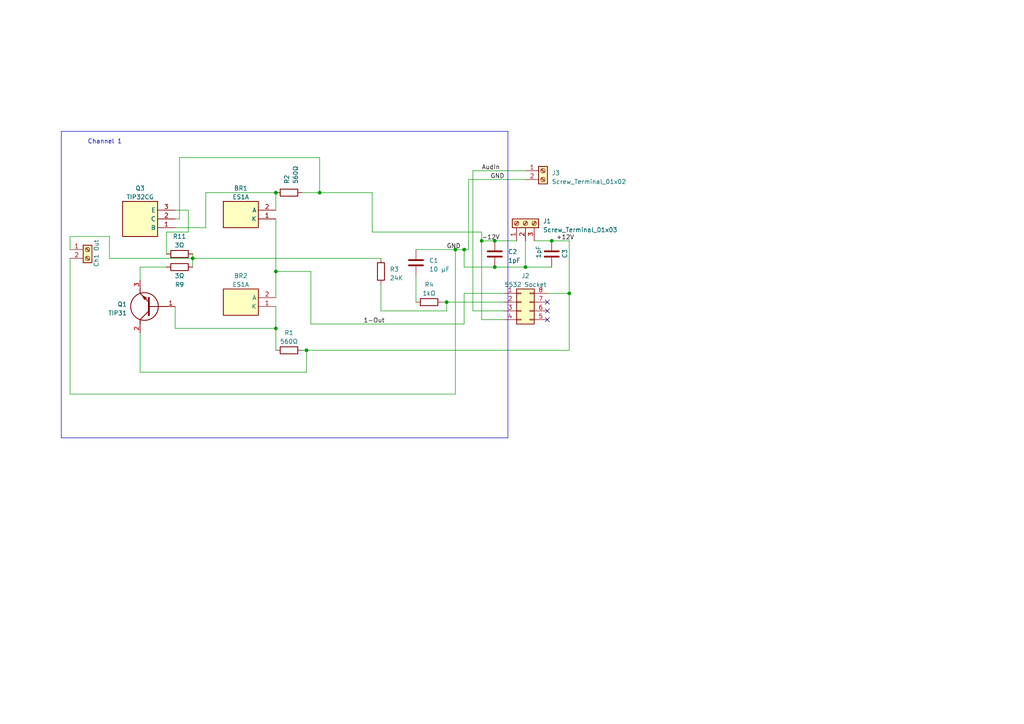
<source format=kicad_sch>
(kicad_sch (version 20230121) (generator eeschema)
  (paper "A4")
  (title_block (title "PHYS3011 Audio Amplifier Project") (date "2024-01-02") (rev "2"))
  (lib_symbols
    (symbol "Connector:Screw_Terminal_01x02" (pin_names (offset 1.016) hide)
      (property "Reference" "J" (at 0 2.54 0))
      (property "Value" "Screw_Terminal_01x02" (at 0 -5.08 0))
      (symbol "Screw_Terminal_01x02_1_1"
        (rectangle (start -1.27 1.27) (end 1.27 -3.81) (stroke (width 0.254)) (fill (type background)))
        (circle (center 0 -2.54) (radius 0.635) (stroke (width 0.1524)))
        (polyline (pts (xy -0.5334 -2.2098) (xy 0.3302 -3.048)) (stroke (width 0.1524)))
        (polyline (pts (xy -0.5334 0.3302) (xy 0.3302 -0.508)) (stroke (width 0.1524)))
        (polyline (pts (xy -0.3556 -2.032) (xy 0.508 -2.8702)) (stroke (width 0.1524)))
        (polyline (pts (xy -0.3556 0.508) (xy 0.508 -0.3302)) (stroke (width 0.1524)))
        (circle (center 0 0) (radius 0.635) (stroke (width 0.1524)))
        (pin passive line (at -5.08 0 0) (length 3.81) (name "Pin_1") (number "1"))
        (pin passive line (at -5.08 -2.54 0) (length 3.81) (name "Pin_2") (number "2"))
      )
    )
    (symbol "Connector:Screw_Terminal_01x03" (pin_names (offset 1.016) hide)
      (property "Reference" "J" (at 0 5.08 0))
      (property "Value" "Screw_Terminal_01x03" (at 0 -5.08 0))
      (symbol "Screw_Terminal_01x03_1_1"
        (rectangle (start -1.27 3.81) (end 1.27 -3.81) (stroke (width 0.254)) (fill (type background)))
        (circle (center 0 -2.54) (radius 0.635) (stroke (width 0.1524)))
        (polyline (pts (xy -0.5334 -2.2098) (xy 0.3302 -3.048)) (stroke (width 0.1524)))
        (polyline (pts (xy -0.5334 0.3302) (xy 0.3302 -0.508)) (stroke (width 0.1524)))
        (polyline (pts (xy -0.5334 2.8702) (xy 0.3302 2.032)) (stroke (width 0.1524)))
        (polyline (pts (xy -0.3556 -2.032) (xy 0.508 -2.8702)) (stroke (width 0.1524)))
        (polyline (pts (xy -0.3556 0.508) (xy 0.508 -0.3302)) (stroke (width 0.1524)))
        (polyline (pts (xy -0.3556 3.048) (xy 0.508 2.2098)) (stroke (width 0.1524)))
        (circle (center 0 0) (radius 0.635) (stroke (width 0.1524)))
        (circle (center 0 2.54) (radius 0.635) (stroke (width 0.1524)))
        (pin passive line (at -5.08 2.54 0) (length 3.81) (name "Pin_1") (number "1"))
        (pin passive line (at -5.08 0 0) (length 3.81) (name "Pin_2") (number "2"))
        (pin passive line (at -5.08 -2.54 0) (length 3.81) (name "Pin_3") (number "3"))
      )
    )
    (symbol "Connector_Generic:Conn_02x04_Counter_Clockwise" (pin_names (offset 1.016) hide)
      (property "Reference" "J" (at 1.27 5.08 0))
      (property "Value" "Conn_02x04_Counter_Clockwise" (at 1.27 -7.62 0))
      (symbol "Conn_02x04_Counter_Clockwise_1_1"
        (rectangle (start -1.27 -4.953) (end 0 -5.207) (stroke (width 0.1524)))
        (rectangle (start -1.27 -2.413) (end 0 -2.667) (stroke (width 0.1524)))
        (rectangle (start -1.27 0.127) (end 0 -0.127) (stroke (width 0.1524)))
        (rectangle (start -1.27 2.667) (end 0 2.413) (stroke (width 0.1524)))
        (rectangle (start -1.27 3.81) (end 3.81 -6.35) (stroke (width 0.254)) (fill (type background)))
        (rectangle (start 3.81 -4.953) (end 2.54 -5.207) (stroke (width 0.1524)))
        (rectangle (start 3.81 -2.413) (end 2.54 -2.667) (stroke (width 0.1524)))
        (rectangle (start 3.81 0.127) (end 2.54 -0.127) (stroke (width 0.1524)))
        (rectangle (start 3.81 2.667) (end 2.54 2.413) (stroke (width 0.1524)))
        (pin passive line (at -5.08 2.54 0) (length 3.81) (name "Pin_1") (number "1"))
        (pin passive line (at -5.08 0 0) (length 3.81) (name "Pin_2") (number "2"))
        (pin passive line (at -5.08 -2.54 0) (length 3.81) (name "Pin_3") (number "3"))
        (pin passive line (at -5.08 -5.08 0) (length 3.81) (name "Pin_4") (number "4"))
        (pin passive line (at 7.62 -5.08 180) (length 3.81) (name "Pin_5") (number "5"))
        (pin passive line (at 7.62 -2.54 180) (length 3.81) (name "Pin_6") (number "6"))
        (pin passive line (at 7.62 0 180) (length 3.81) (name "Pin_7") (number "7"))
        (pin passive line (at 7.62 2.54 180) (length 3.81) (name "Pin_8") (number "8"))
      )
    )
    (symbol "Device:C" (pin_numbers hide) (pin_names (offset 0.254))
      (property "Reference" "C" (at 0.635 2.54 0))
      (property "Value" "C" (at 0.635 -2.54 0))
      (symbol "C_0_1"
        (polyline (pts (xy -2.032 -0.762) (xy 2.032 -0.762)) (stroke (width 0.508)))
        (polyline (pts (xy -2.032 0.762) (xy 2.032 0.762)) (stroke (width 0.508)))
      )
      (symbol "C_1_1"
        (pin passive line (at 0 3.81 270) (length 2.794) (name "~") (number "1"))
        (pin passive line (at 0 -3.81 90) (length 2.794) (name "~") (number "2"))
      )
    )
    (symbol "Device:R" (pin_numbers hide) (pin_names (offset 0))
      (property "Reference" "R" (at 2.032 0 90))
      (property "Value" "R" (at 0 0 90))
      (symbol "R_0_1"
        (rectangle (start -1.016 -2.54) (end 1.016 2.54) (stroke (width 0.254)))
      )
      (symbol "R_1_1"
        (pin passive line (at 0 3.81 270) (length 1.27) (name "~") (number "1"))
        (pin passive line (at 0 -3.81 90) (length 1.27) (name "~") (number "2"))
      )
    )
    (symbol "Project:ES1A"
      (property "Reference" "BR" (at 16.51 7.62 0))
      (property "Value" "ES1A" (at 16.51 5.08 0))
      (symbol "ES1A_1_1"
        (rectangle (start 5.08 2.54) (end 15.24 -5.08) (stroke (width 0.254)) (fill (type background)))
        (pin passive line (at 0 0 0) (length 5.08) (name "K") (number "1"))
        (pin passive line (at 0 -2.54 0) (length 5.08) (name "A") (number "2"))
      )
    )
    (symbol "Project:TIP31" (pin_names hide)
      (property "Reference" "Q" (at 13.97 1.27 0))
      (property "Value" "TIP31" (at 13.97 -1.27 0))
      (symbol "TIP31_1_1"
        (polyline (pts (xy 2.54 0) (xy 7.62 0)) (stroke (width 0.254)))
        (polyline (pts (xy 7.62 -1.27) (xy 10.16 -3.81)) (stroke (width 0.254)))
        (polyline (pts (xy 7.62 1.27) (xy 10.16 3.81)) (stroke (width 0.254)))
        (polyline (pts (xy 7.62 2.54) (xy 7.62 -2.54)) (stroke (width 0.508)))
        (polyline (pts (xy 10.16 -3.81) (xy 10.16 -5.08)) (stroke (width 0.254)))
        (polyline (pts (xy 10.16 3.81) (xy 10.16 5.08)) (stroke (width 0.254)))
        (polyline (pts (xy 8.382 -2.54) (xy 8.89 -2.032) (xy 9.398 -3.048) (xy 8.382 -2.54)) (stroke (width 0.254)) (fill (type outline)))
        (circle (center 8.89 0) (radius 4.016) (stroke (width 0.254)))
        (pin passive line (at 0 0 0) (length 2.54) (name "B") (number "1"))
        (pin passive line (at 10.16 7.62 270) (length 2.54) (name "C") (number "2"))
        (pin passive line (at 10.16 -7.62 90) (length 2.54) (name "E") (number "3"))
      )
    )
    (symbol "Project:TIP32CG"
      (property "Reference" "Q" (at 16.51 7.62 0))
      (property "Value" "TIP32CG" (at 16.51 5.08 0))
      (symbol "TIP32CG_1_1"
        (rectangle (start 5.08 2.54) (end 15.24 -7.62) (stroke (width 0.254)) (fill (type background)))
        (pin passive line (at 0 0 0) (length 5.08) (name "B") (number "1"))
        (pin passive line (at 0 -2.54 0) (length 5.08) (name "C") (number "2"))
        (pin passive line (at 0 -5.08 0) (length 5.08) (name "E") (number "3"))
      )
    )
  )
  (junction (at 80.01 95.25))
  (junction (at 129.54 87.63))
  (junction (at 80.01 78.74))
  (junction (at 134.62 72.39))
  (junction (at 160.02 69.85))
  (junction (at 165.1 85.09))
  (junction (at 152.4 77.47))
  (junction (at 92.71 55.88))
  (junction (at 143.51 77.47))
  (junction (at 80.01 55.88))
  (junction (at 55.88 74.93))
  (junction (at 88.9 101.6))
  (junction (at 132.08 72.39))
  (junction (at 139.7 69.85))
  (junction (at 143.51 69.85))
  (no_connect (at 158.75 90.17))
  (no_connect (at 158.75 87.63))
  (no_connect (at 158.75 92.71))
  (wire (pts (xy 48.26 73.66) (xy 48.26 67.31)))
  (wire (pts (xy 55.88 74.93) (xy 31.75 74.93)))
  (wire (pts (xy 54.61 60.96) (xy 54.61 67.31)))
  (wire (pts (xy 134.62 72.39) (xy 135.89 72.39)))
  (wire (pts (xy 146.05 90.17) (xy 137.16 90.17)))
  (wire (pts (xy 134.62 72.39) (xy 134.62 77.47)))
  (wire (pts (xy 110.49 90.17) (xy 129.54 90.17)))
  (wire (pts (xy 40.64 107.95) (xy 40.64 96.52)))
  (wire (pts (xy 134.62 77.47) (xy 143.51 77.47)))
  (wire (pts (xy 120.65 72.39) (xy 132.08 72.39)))
  (wire (pts (xy 55.88 74.93) (xy 110.49 74.93)))
  (wire (pts (xy 31.75 68.58) (xy 20.32 68.58)))
  (wire (pts (xy 143.51 69.85) (xy 139.7 69.85)))
  (wire (pts (xy 152.4 69.85) (xy 152.4 77.47)))
  (wire (pts (xy 132.08 72.39) (xy 134.62 72.39)))
  (wire (pts (xy 88.9 101.6) (xy 88.9 107.95)))
  (wire (pts (xy 87.63 55.88) (xy 92.71 55.88)))
  (wire (pts (xy 80.01 78.74) (xy 80.01 86.36)))
  (wire (pts (xy 20.32 74.93) (xy 20.32 114.3)))
  (wire (pts (xy 59.69 66.04) (xy 50.8 66.04)))
  (wire (pts (xy 107.95 67.31) (xy 107.95 55.88)))
  (wire (pts (xy 135.89 52.07) (xy 152.4 52.07)))
  (wire (pts (xy 139.7 69.85) (xy 139.7 92.71)))
  (wire (pts (xy 20.32 114.3) (xy 132.08 114.3)))
  (wire (pts (xy 165.1 85.09) (xy 158.75 85.09)))
  (wire (pts (xy 139.7 67.31) (xy 139.7 69.85)))
  (wire (pts (xy 90.17 78.74) (xy 80.01 78.74)))
  (wire (pts (xy 139.7 92.71) (xy 146.05 92.71)))
  (wire (pts (xy 160.02 77.47) (xy 152.4 77.47)))
  (wire (pts (xy 165.1 69.85) (xy 165.1 85.09)))
  (wire (pts (xy 88.9 107.95) (xy 40.64 107.95)))
  (wire (pts (xy 160.02 69.85) (xy 165.1 69.85)))
  (wire (pts (xy 80.01 55.88) (xy 59.69 55.88)))
  (wire (pts (xy 149.86 69.85) (xy 143.51 69.85)))
  (wire (pts (xy 165.1 101.6) (xy 88.9 101.6)))
  (wire (pts (xy 165.1 85.09) (xy 165.1 101.6)))
  (wire (pts (xy 143.51 77.47) (xy 152.4 77.47)))
  (wire (pts (xy 55.88 73.66) (xy 55.88 74.93)))
  (wire (pts (xy 50.8 60.96) (xy 54.61 60.96)))
  (wire (pts (xy 137.16 90.17) (xy 137.16 49.53)))
  (wire (pts (xy 90.17 93.98) (xy 90.17 78.74)))
  (wire (pts (xy 146.05 85.09) (xy 134.62 85.09)))
  (wire (pts (xy 80.01 95.25) (xy 80.01 101.6)))
  (wire (pts (xy 50.8 63.5) (xy 52.07 63.5)))
  (wire (pts (xy 92.71 45.72) (xy 92.71 55.88)))
  (wire (pts (xy 110.49 82.55) (xy 110.49 90.17)))
  (wire (pts (xy 146.05 87.63) (xy 129.54 87.63)))
  (wire (pts (xy 107.95 67.31) (xy 139.7 67.31)))
  (wire (pts (xy 80.01 88.9) (xy 80.01 95.25)))
  (wire (pts (xy 48.26 67.31) (xy 54.61 67.31)))
  (wire (pts (xy 59.69 55.88) (xy 59.69 66.04)))
  (wire (pts (xy 55.88 74.93) (xy 55.88 77.47)))
  (wire (pts (xy 52.07 45.72) (xy 92.71 45.72)))
  (wire (pts (xy 154.94 69.85) (xy 160.02 69.85)))
  (wire (pts (xy 20.32 68.58) (xy 20.32 72.39)))
  (wire (pts (xy 31.75 74.93) (xy 31.75 68.58)))
  (wire (pts (xy 120.65 80.01) (xy 120.65 87.63)))
  (wire (pts (xy 135.89 52.07) (xy 135.89 72.39)))
  (wire (pts (xy 92.71 55.88) (xy 107.95 55.88)))
  (wire (pts (xy 129.54 87.63) (xy 128.27 87.63)))
  (wire (pts (xy 40.64 77.47) (xy 48.26 77.47)))
  (wire (pts (xy 80.01 63.5) (xy 80.01 78.74)))
  (wire (pts (xy 134.62 85.09) (xy 134.62 93.98)))
  (wire (pts (xy 129.54 90.17) (xy 129.54 87.63)))
  (wire (pts (xy 52.07 63.5) (xy 52.07 45.72)))
  (wire (pts (xy 134.62 93.98) (xy 90.17 93.98)))
  (wire (pts (xy 40.64 81.28) (xy 40.64 77.47)))
  (wire (pts (xy 137.16 49.53) (xy 152.4 49.53)))
  (wire (pts (xy 132.08 114.3) (xy 132.08 72.39)))
  (wire (pts (xy 80.01 95.25) (xy 50.8 95.25)))
  (wire (pts (xy 88.9 101.6) (xy 87.63 101.6)))
  (wire (pts (xy 80.01 55.88) (xy 80.01 60.96)))
  (wire (pts (xy 50.8 95.25) (xy 50.8 88.9)))
  (rectangle (start 17.78 38.1) (end 147.32 127))
  (text "Channel 1" (at 25.4 41.91 0) (effects (font (size 1.27 1.27)) (justify left bottom)))
  (label "GND" (at 129.54 72.39 0))
  (label "1-Out" (at 105.41 93.98 0))
  (label "GND" (at 142.24 52.07 0))
  (label "-12V" (at 139.7 69.85 0))
  (label "+12V" (at 161.29 69.85 0))
  (label "AudIn" (at 139.7 49.53 0))
  (symbol (lib_id "Device:R") (at 83.82 101.6 90) (unit 1)
    (property "Reference" "R1" (at 83.82 96.52 90))
    (property "Value" "560Ω" (at 83.82 99.06 90))
    (property "Footprint" "Project:SMD Resistor" (effects hide))
  )
  (symbol (lib_id "Project:ES1A") (at 80.01 63.5 180) (unit 1)
    (property "Reference" "BR1" (at 69.85 54.61 0))
    (property "Value" "ES1A" (at 69.85 57.15 0))
    (property "Footprint" "Project:ES1A" (effects hide))
    (property "Datasheet" "https://componentsearchengine.com/Datasheets/2/ES1A.pdf" (effects hide))
    (property "Height" "2.5" (effects hide))
    (property "Mouser Part Number" "512-ES1A" (effects hide))
    (property "Mouser Price/Stock" "https://www.mouser.co.uk/ProductDetail/onsemi-Fairchild/ES1A?qs=sEr9WmQGXZb796pZ9rRGnQ%3D%3D" (effects hide))
    (property "Manufacturer_Name" "onsemi" (effects hide))
    (property "Manufacturer_Part_Number" "ES1A" (effects hide))
  )
  (symbol (lib_id "Device:C") (at 160.02 73.66 0) (unit 1)
    (property "Reference" "C3" (at 163.83 74.93 90) (effects (justify left)))
    (property "Value" "1pF" (at 156.21 74.93 90) (effects (justify left)))
    (property "Footprint" "Capacitor_THT:C_Disc_D3.0mm_W1.6mm_P2.50mm" (effects hide))
  )
  (symbol (lib_id "Device:R") (at 83.82 55.88 90) (unit 1)
    (property "Reference" "R2" (at 83.185 53.34 0) (effects (justify left)))
    (property "Value" "560Ω" (at 85.725 53.34 0) (effects (justify left)))
    (property "Footprint" "Project:SMD Resistor" (effects hide))
  )
  (symbol (lib_id "Project:ES1A") (at 80.01 88.9 180) (unit 1)
    (property "Reference" "BR2" (at 69.85 80.01 0))
    (property "Value" "ES1A" (at 69.85 82.55 0))
    (property "Footprint" "Project:ES1A" (effects hide))
    (property "Datasheet" "https://componentsearchengine.com/Datasheets/2/ES1A.pdf" (effects hide))
    (property "Height" "2.5" (effects hide))
    (property "Mouser Part Number" "512-ES1A" (effects hide))
    (property "Mouser Price/Stock" "https://www.mouser.co.uk/ProductDetail/onsemi-Fairchild/ES1A?qs=sEr9WmQGXZb796pZ9rRGnQ%3D%3D" (effects hide))
    (property "Manufacturer_Name" "onsemi" (effects hide))
    (property "Manufacturer_Part_Number" "ES1A" (effects hide))
  )
  (symbol (lib_id "Project:TIP31") (at 50.8 88.9 180) (unit 1)
    (property "Reference" "Q1" (at 36.83 88.265 0) (effects (justify left)))
    (property "Value" "TIP31" (at 36.83 90.805 0) (effects (justify left)))
    (property "Footprint" "Project:TIP31" (effects hide))
    (property "Datasheet" "https://componentsearchengine.com/Datasheets/1/TIP31.pdf" (effects hide))
    (property "Height" "4.83" (effects hide))
    (property "Mouser Part Number" "512-TIP31" (effects hide))
    (property "Mouser Price/Stock" "http://www.mouser.com/Search/ProductDetail.aspx?qs=aUdwP37Aar1l1I1YEleveg%3d%3d" (effects hide))
    (property "Manufacturer_Name" "onsemi" (effects hide))
    (property "Manufacturer_Part_Number" "TIP31" (effects hide))
  )
  (symbol (lib_id "Connector:Screw_Terminal_01x02") (at 25.4 72.39 0) (unit 1)
    (property "Reference" "J4" (effects hide))
    (property "Value" "Ch1 Out" (at 27.94 77.47 90) (effects (justify left)))
    (property "Footprint" "TerminalBlock_4Ucon:TerminalBlock_4Ucon_1x02_P3.50mm_Horizontal" (effects hide))
  )
  (symbol (lib_id "Device:R") (at 110.49 78.74 0) (unit 1)
    (property "Reference" "R3" (at 113.03 78.105 0) (effects (justify left)))
    (property "Value" "24K" (at 113.03 80.645 0) (effects (justify left)))
    (property "Footprint" "Project:SMD Resistor" (effects hide))
  )
  (symbol (lib_id "Connector_Generic:Conn_02x04_Counter_Clockwise") (at 151.13 87.63 0) (unit 1)
    (property "Reference" "J2" (at 152.4 80.01 0))
    (property "Value" "5532 Socket" (at 152.4 82.55 0))
    (property "Footprint" "Package_DIP:DIP-8_W7.62mm" (effects hide))
  )
  (symbol (lib_id "Device:C") (at 120.65 76.2 0) (unit 1)
    (property "Reference" "C1" (at 124.46 75.565 0) (effects (justify left)))
    (property "Value" "10 µF" (at 124.46 78.105 0) (effects (justify left)))
    (property "Footprint" "Capacitor_THT:C_Disc_D3.0mm_W1.6mm_P2.50mm" (effects hide))
  )
  (symbol (lib_id "Device:R") (at 124.46 87.63 90) (unit 1)
    (property "Reference" "R4" (at 124.46 82.55 90))
    (property "Value" "1kΩ" (at 124.46 85.09 90))
    (property "Footprint" "Project:SMD Resistor" (effects hide))
  )
  (symbol (lib_id "Connector:Screw_Terminal_01x03") (at 152.4 64.77 90) (unit 1)
    (property "Reference" "J1" (at 157.48 64.135 90) (effects (justify right)))
    (property "Value" "Screw_Terminal_01x03" (at 157.48 66.675 90) (effects (justify right)))
    (property "Footprint" "TerminalBlock_4Ucon:TerminalBlock_4Ucon_1x03_P3.50mm_Horizontal" (effects hide))
  )
  (symbol (lib_id "Project:TIP32CG") (at 50.8 66.04 180) (unit 1)
    (property "Reference" "Q3" (at 40.64 54.61 0))
    (property "Value" "TIP32CG" (at 40.64 57.15 0))
    (property "Footprint" "Project:TIP32" (effects hide))
    (property "Datasheet" "http://www.onsemi.com/pub/Collateral/TIP31A-D.PDF" (effects hide))
    (property "Height" "4.83" (effects hide))
    (property "Mouser Part Number" "863-TIP32CG" (effects hide))
    (property "Mouser Price/Stock" "https://www.mouser.co.uk/ProductDetail/onsemi/TIP32CG?qs=xZq1yRCsb1dy5xSR0KtGMQ%3D%3D" (effects hide))
    (property "Manufacturer_Name" "onsemi" (effects hide))
    (property "Manufacturer_Part_Number" "TIP32CG" (effects hide))
  )
  (symbol (lib_id "Device:R") (at 52.07 77.47 90) (unit 1)
    (property "Reference" "R9" (at 52.07 82.55 90))
    (property "Value" "3Ω" (at 52.07 80.01 90))
    (property "Footprint" "Project:7W Resistor" (effects hide))
  )
  (symbol (lib_id "Connector:Screw_Terminal_01x02") (at 157.48 49.53 0) (unit 1)
    (property "Reference" "J3" (at 160.02 50.165 0) (effects (justify left)))
    (property "Value" "Screw_Terminal_01x02" (at 160.02 52.705 0) (effects (justify left)))
    (property "Footprint" "TerminalBlock_4Ucon:TerminalBlock_4Ucon_1x02_P3.50mm_Horizontal" (effects hide))
  )
  (symbol (lib_id "Device:R") (at 52.07 73.66 90) (unit 1)
    (property "Reference" "R11" (at 52.07 68.58 90))
    (property "Value" "3Ω" (at 52.07 71.12 90))
    (property "Footprint" "Project:7W Resistor" (effects hide))
  )
  (symbol (lib_id "Device:C") (at 143.51 73.66 0) (unit 1)
    (property "Reference" "C2" (at 147.32 73.025 0) (effects (justify left)))
    (property "Value" "1pF" (at 147.32 75.565 0) (effects (justify left)))
    (property "Footprint" "Capacitor_THT:C_Disc_D3.0mm_W1.6mm_P2.50mm" (effects hide))
  )
)
</source>
